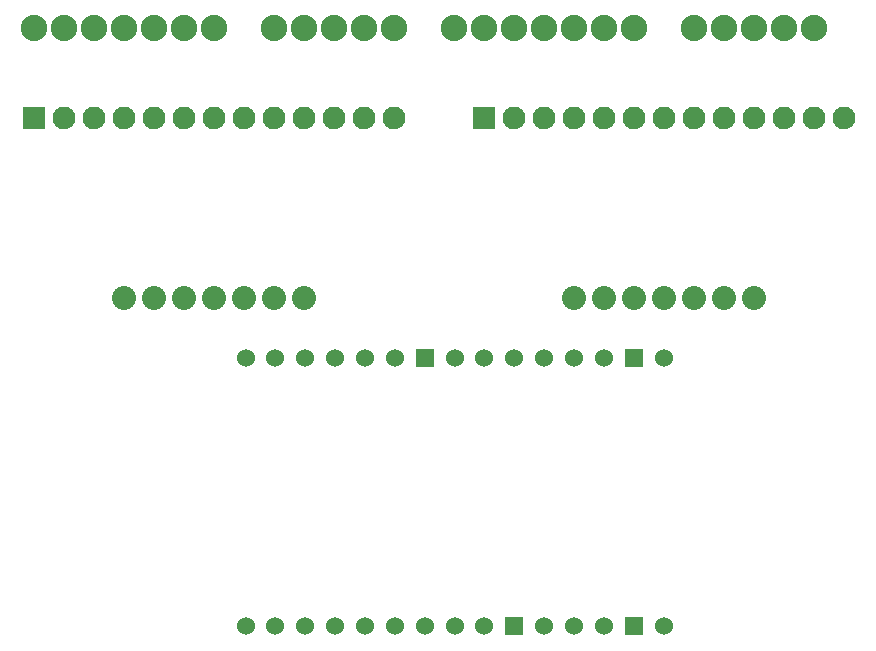
<source format=gbs>
G04 MADE WITH FRITZING*
G04 WWW.FRITZING.ORG*
G04 DOUBLE SIDED*
G04 HOLES PLATED*
G04 CONTOUR ON CENTER OF CONTOUR VECTOR*
%ASAXBY*%
%FSLAX23Y23*%
%MOIN*%
%OFA0B0*%
%SFA1.0B1.0*%
%ADD10C,0.060000*%
%ADD11C,0.088000*%
%ADD12C,0.076000*%
%ADD13C,0.080000*%
%ADD14R,0.060028X0.060014*%
%ADD15R,0.060028X0.060000*%
%ADD16R,0.076000X0.076000*%
%LNMASK0*%
G90*
G70*
G54D10*
X2418Y129D03*
X2318Y129D03*
X2219Y129D03*
X2119Y129D03*
X2020Y129D03*
X1920Y129D03*
X1820Y129D03*
X1721Y129D03*
X1621Y129D03*
X1522Y129D03*
X1422Y129D03*
X1323Y129D03*
X1223Y129D03*
X1123Y129D03*
X1024Y129D03*
X1024Y1023D03*
X1123Y1023D03*
X1223Y1023D03*
X1323Y1023D03*
X1422Y1023D03*
X1522Y1023D03*
X1621Y1023D03*
X1721Y1023D03*
X1820Y1023D03*
X1920Y1023D03*
X2020Y1023D03*
X2119Y1023D03*
X2219Y1023D03*
X2318Y1023D03*
X2418Y1023D03*
G54D11*
X1519Y2123D03*
X1419Y2123D03*
X1319Y2123D03*
X1219Y2123D03*
X1119Y2123D03*
X919Y2123D03*
X819Y2123D03*
X719Y2123D03*
X619Y2123D03*
X519Y2123D03*
X419Y2123D03*
X319Y2123D03*
X2919Y2123D03*
X2819Y2123D03*
X2719Y2123D03*
X2619Y2123D03*
X2519Y2123D03*
X2319Y2123D03*
X2219Y2123D03*
X2119Y2123D03*
X2019Y2123D03*
X1919Y2123D03*
X1819Y2123D03*
X1719Y2123D03*
G54D12*
X319Y1823D03*
X419Y1823D03*
X519Y1823D03*
X619Y1823D03*
X719Y1823D03*
X819Y1823D03*
X919Y1823D03*
X1019Y1823D03*
X1119Y1823D03*
X1219Y1823D03*
X1319Y1823D03*
X1419Y1823D03*
X1519Y1823D03*
G54D13*
X1219Y1223D03*
X1119Y1223D03*
X1019Y1223D03*
X919Y1223D03*
X819Y1223D03*
X719Y1223D03*
X619Y1223D03*
G54D12*
X1819Y1823D03*
X1919Y1823D03*
X2019Y1823D03*
X2119Y1823D03*
X2219Y1823D03*
X2319Y1823D03*
X2419Y1823D03*
X2519Y1823D03*
X2619Y1823D03*
X2719Y1823D03*
X2819Y1823D03*
X2919Y1823D03*
X3019Y1823D03*
G54D13*
X2719Y1223D03*
X2619Y1223D03*
X2519Y1223D03*
X2419Y1223D03*
X2319Y1223D03*
X2219Y1223D03*
X2119Y1223D03*
G54D14*
X2318Y129D03*
X1920Y129D03*
G54D15*
X1621Y1023D03*
X2318Y1023D03*
G54D16*
X319Y1823D03*
X1819Y1823D03*
G04 End of Mask0*
M02*
</source>
